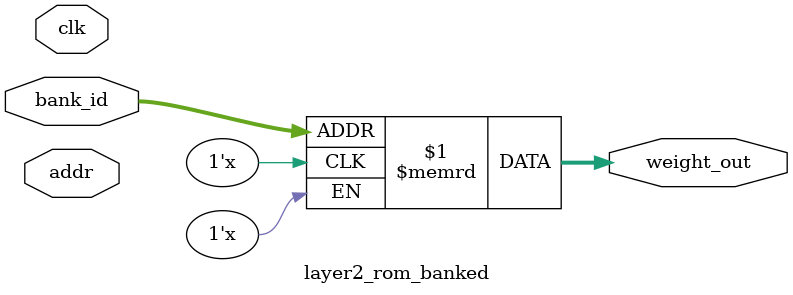
<source format=sv>
module layer2_rom_banked (
    input logic clk,
    input logic [3:0] bank_id, // Selects the channel (0-15)
    input logic [7:0] addr,
    output logic signed [7:0] weight_out
);
    logic signed [7:0] q [0:15];

    // Instantiate all 16 ROMs
    genvar i;
    generate
        for (i = 0; i < 16; i++) begin : banks
            layer2_weight_rom #(.CHANNEL_ID(i)) rom (
                .clk(clk),
                .addr(addr),
                .weight_out(q[i])
            );
        end
    endgenerate
    
    assign weight_out = q[bank_id];
endmodule
</source>
